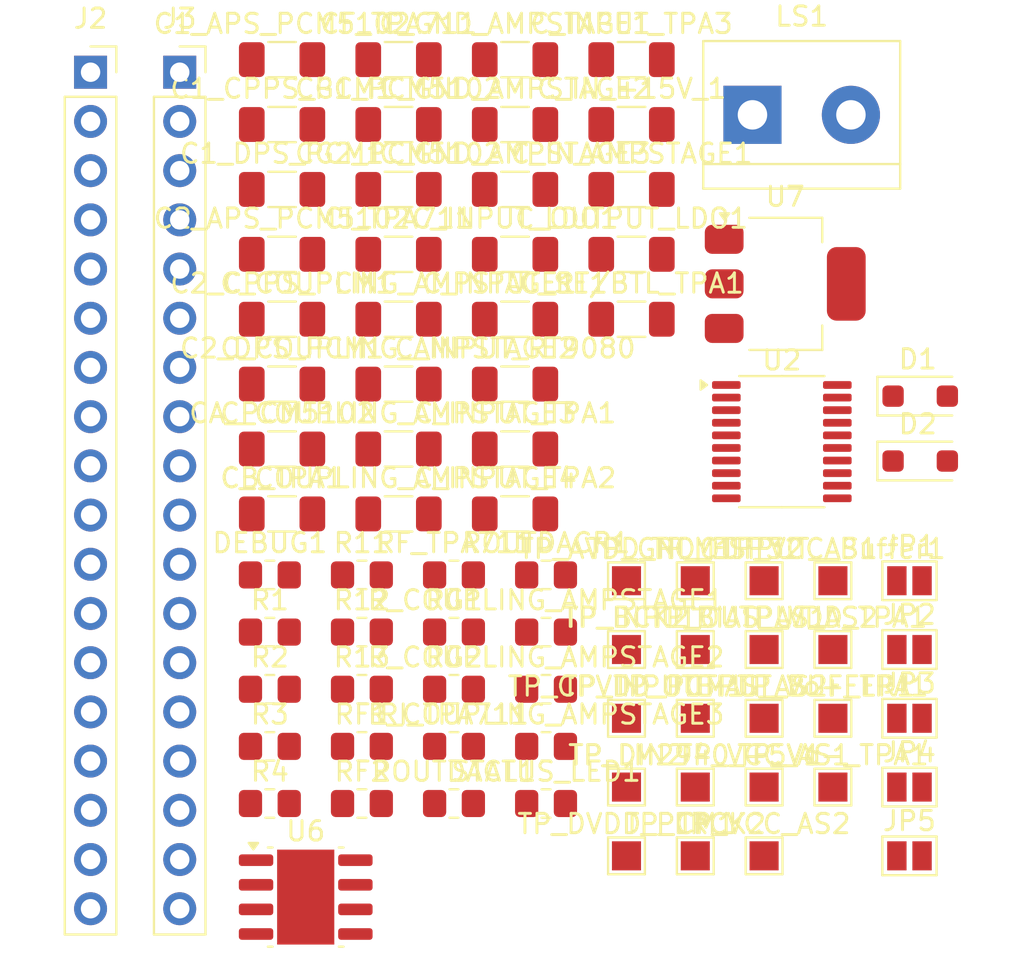
<source format=kicad_pcb>
(kicad_pcb (version 20241229) (generator "pcbnew") (generator_version "9.0")
  (layers (0 "F.Cu" signal) (2 "B.Cu" signal) (13 "F.Paste" user) (15 "B.Paste" user) (5 "F.SilkS" user "F.Silkscreen") (7 "B.SilkS" user "B.Silkscreen") (1 "F.Mask" user) (3 "B.Mask" user) (25 "Edge.Cuts" user))
  (net 0 "")
  (net 1 "+3v3")
  (net 2 "GND")
  (net 3 "/VNEG")
  (net 4 "/LDOO")
  (net 5 "Net-(U2-CAPM)")
  (net 6 "Net-(U2-CAPP)")
  (net 7 "Net-(U6-BYPASS)")
  (net 8 "/IN")
  (net 9 "/Vo+")
  (net 10 "/OUTDACL")
  (net 11 "/OUTDACR")
  (net 12 "/BUFFEROUT")
  (net 13 "Net-(CI_TPA711-Pad1)")
  (net 14 "Net-(JP1-A)")
  (net 15 "Net-(C_COUPLING_AMPSTAGE1-Pad2)")
  (net 16 "+5V")
  (net 17 "Net-(C_GND_AMPSTAGE1-Pad2)")
  (net 18 "Net-(C_GND_AMPSTAGE2-Pad2)")
  (net 19 "Net-(U4-+)")
  (net 20 "Net-(D1-K)")
  (net 21 "Net-(C_INPUT_TPA3-Pad2)")
  (net 22 "/Filter_OUT")
  (net 23 "Net-(U1-+)")
  (net 24 "Net-(U6-SE{slash}~{BTL})")
  (net 25 "+15V")
  (net 26 "Net-(D2-K)")
  (net 27 "Net-(DEBUG1-Pad1)")
  (net 28 "Net-(U3-+)")
  (net 54 "/LRCK")
  (net 58 "/DIN")
  (net 59 "/BCK")
  (net 63 "Net-(JP1-B)")
  (net 64 "Net-(JP2-B)")
  (net 65 "/Filter_IN")
  (net 66 "Net-(JP4-B)")
  (net 67 "Net-(JP5-B)")
  (net 68 "/Vo-")
  (net 69 "/SE{slash}~{BTL}_SWITCH")
  (net 70 "Net-(U4--)")
  (net 71 "Net-(U1--)")
  (net 72 "Net-(U2-OUTL)")
  (net 73 "Net-(U2-OUTR)")
  (footprint "TestPoint:TestPoint_Pad_1.5x1.5mm" (layer "F.Cu") (at 48.24 51.65)
    (property "Reference" "TP_INPUTBIAS_AS2" (at 0 -1.648 0) (layer "F.SilkS"))
    (property "Value" "TestPoint")
    (pad "1" smd rect (at 0 0) (size 1.5 1.5) (layers "F.Cu" "F.Mask") (net 23 "Net-(U1-+)"))
  )
  (footprint "Capacitor_SMD:C_1206_3216Metric_Pad1.33x1.80mm_HandSolder" (layer "F.Cu") (at 32.93 34.4)
    (property "Reference" "C_COUPLING_AMPSTAGE2" (at 0 -1.85 0) (layer "F.SilkS"))
    (property "Value" "10nF")
    (pad "1" smd roundrect (at -1.5625 0) (size 1.325 1.8) (layers "F.Cu" "F.Mask" "F.Paste") (roundrect_rratio 0.188679) (net 2 "GND"))
    (pad "2" smd roundrect (at 1.5625 0) (size 1.325 1.8) (layers "F.Cu" "F.Mask" "F.Paste") (roundrect_rratio 0.188679) (net 16 "+5V"))
  )
  (footprint "Capacitor_SMD:C_1206_3216Metric_Pad1.33x1.80mm_HandSolder" (layer "F.Cu") (at 38.94 27.7)
    (property "Reference" "C_INPUT_LDO1" (at 0 -1.85 0) (layer "F.SilkS"))
    (property "Value" "0.47uF")
    (pad "1" smd roundrect (at -1.5625 0) (size 1.325 1.8) (layers "F.Cu" "F.Mask" "F.Paste") (roundrect_rratio 0.188679) (net 2 "GND"))
    (pad "2" smd roundrect (at 1.5625 0) (size 1.325 1.8) (layers "F.Cu" "F.Mask" "F.Paste") (roundrect_rratio 0.188679) (net 20 "Net-(D1-K)"))
  )
  (footprint "Capacitor_SMD:C_1206_3216Metric_Pad1.33x1.80mm_HandSolder" (layer "F.Cu") (at 26.92 34.4)
    (property "Reference" "C2_DPS_PCM1" (at 0 -1.85 0) (layer "F.SilkS"))
    (property "Value" "0.1uF")
    (pad "1" smd roundrect (at -1.5625 0) (size 1.325 1.8) (layers "F.Cu" "F.Mask" "F.Paste") (roundrect_rratio 0.188679) (net 4 "/LDOO"))
    (pad "2" smd roundrect (at 1.5625 0) (size 1.325 1.8) (layers "F.Cu" "F.Mask" "F.Paste") (roundrect_rratio 0.188679) (net 2 "GND"))
  )
  (footprint "Connector_PinSocket_2.54mm:PinSocket_1x18_P2.54mm_Vertical" (layer "F.Cu") (at 17.04 18.3)
    (property "Reference" "J2" (at 0 -2.77 0) (layer "F.SilkS"))
    (property "Value" "Conn_01x18")
    (pad "1" thru_hole rect (at 0 0) (size 1.7 1.7) (drill 1) (layers "*.Cu" "*.Mask"))
    (pad "2" thru_hole oval (at 0 2.54) (size 1.7 1.7) (drill 1) (layers "*.Cu" "*.Mask"))
    (pad "3" thru_hole oval (at 0 5.08) (size 1.7 1.7) (drill 1) (layers "*.Cu" "*.Mask"))
    (pad "4" thru_hole oval (at 0 7.62) (size 1.7 1.7) (drill 1) (layers "*.Cu" "*.Mask"))
    (pad "5" thru_hole oval (at 0 10.16) (size 1.7 1.7) (drill 1) (layers "*.Cu" "*.Mask"))
    (pad "6" thru_hole oval (at 0 12.7) (size 1.7 1.7) (drill 1) (layers "*.Cu" "*.Mask"))
    (pad "7" thru_hole oval (at 0 15.24) (size 1.7 1.7) (drill 1) (layers "*.Cu" "*.Mask"))
    (pad "8" thru_hole oval (at 0 17.78) (size 1.7 1.7) (drill 1) (layers "*.Cu" "*.Mask"))
    (pad "9" thru_hole oval (at 0 20.32) (size 1.7 1.7) (drill 1) (layers "*.Cu" "*.Mask"))
    (pad "10" thru_hole oval (at 0 22.86) (size 1.7 1.7) (drill 1) (layers "*.Cu" "*.Mask"))
    (pad "11" thru_hole oval (at 0 25.4) (size 1.7 1.7) (drill 1) (layers "*.Cu" "*.Mask"))
    (pad "12" thru_hole oval (at 0 27.94) (size 1.7 1.7) (drill 1) (layers "*.Cu" "*.Mask"))
    (pad "13" thru_hole oval (at 0 30.48) (size 1.7 1.7) (drill 1) (layers "*.Cu" "*.Mask"))
    (pad "14" thru_hole oval (at 0 33.02) (size 1.7 1.7) (drill 1) (layers "*.Cu" "*.Mask"))
    (pad "15" thru_hole oval (at 0 35.56) (size 1.7 1.7) (drill 1) (layers "*.Cu" "*.Mask") (net 2 "GND"))
    (pad "16" thru_hole oval (at 0 38.1) (size 1.7 1.7) (drill 1) (layers "*.Cu" "*.Mask"))
    (pad "17" thru_hole oval (at 0 40.64) (size 1.7 1.7) (drill 1) (layers "*.Cu" "*.Mask"))
    (pad "18" thru_hole oval (at 0 43.18) (size 1.7 1.7) (drill 1) (layers "*.Cu" "*.Mask") (net 16 "+5V"))
  )
  (footprint "Capacitor_SMD:C_1206_3216Metric_Pad1.33x1.80mm_HandSolder" (layer "F.Cu") (at 26.92 24.35)
    (property "Reference" "C1_DPS_PCM1" (at 0 -1.85 0) (layer "F.SilkS"))
    (property "Value" "0.1uF")
    (pad "1" smd roundrect (at -1.5625 0) (size 1.325 1.8) (layers "F.Cu" "F.Mask" "F.Paste") (roundrect_rratio 0.188679) (net 2 "GND"))
    (pad "2" smd roundrect (at 1.5625 0) (size 1.325 1.8) (layers "F.Cu" "F.Mask" "F.Paste") (roundrect_rratio 0.188679) (net 1 "+3v3"))
  )
  (footprint "Jumper:SolderJumper-2_P1.3mm_Open_Pad1.0x1.5mm" (layer "F.Cu") (at 59.29 55.2)
    (property "Reference" "JP4" (at 0 -1.8 0) (layer "F.SilkS"))
    (property "Value" "Jumper_2_Open")
    (pad "1" smd rect (at -0.65 0) (size 1 1.5) (layers "F.Cu" "F.Mask") (net 2 "GND"))
    (pad "2" smd rect (at 0.65 0) (size 1 1.5) (layers "F.Cu" "F.Mask") (net 66 "Net-(JP4-B)"))
  )
  (footprint "Resistor_SMD:R_0805_2012Metric_Pad1.20x1.40mm_HandSolder" (layer "F.Cu") (at 31.04 47.2)
    (property "Reference" "R12" (at 0 -1.65 0) (layer "F.SilkS"))
    (property "Value" "100K")
    (pad "1" smd roundrect (at -1 0) (size 1.2 1.4) (layers "F.Cu" "F.Mask" "F.Paste") (roundrect_rratio 0.208333) (net 69 "/SE{slash}~{BTL}_SWITCH"))
    (pad "2" smd roundrect (at 1 0) (size 1.2 1.4) (layers "F.Cu" "F.Mask" "F.Paste") (roundrect_rratio 0.208333) (net 16 "+5V"))
  )
  (footprint "Capacitor_SMD:C_1206_3216Metric_Pad1.33x1.80mm_HandSolder" (layer "F.Cu") (at 26.92 17.65)
    (property "Reference" "C1_APS_PCM5102" (at 0 -1.85 0) (layer "F.SilkS"))
    (property "Value" "10uF")
    (pad "1" smd roundrect (at -1.5625 0) (size 1.325 1.8) (layers "F.Cu" "F.Mask" "F.Paste") (roundrect_rratio 0.188679) (net 1 "+3v3"))
    (pad "2" smd roundrect (at 1.5625 0) (size 1.325 1.8) (layers "F.Cu" "F.Mask" "F.Paste") (roundrect_rratio 0.188679) (net 2 "GND"))
  )
  (footprint "Resistor_SMD:R_0805_2012Metric_Pad1.20x1.40mm_HandSolder" (layer "F.Cu") (at 31.04 44.25)
    (property "Reference" "R11" (at 0 -1.65 0) (layer "F.SilkS"))
    (property "Value" "1K")
    (pad "1" smd roundrect (at -1 0) (size 1.2 1.4) (layers "F.Cu" "F.Mask" "F.Paste") (roundrect_rratio 0.208333) (net 21 "Net-(C_INPUT_TPA3-Pad2)"))
    (pad "2" smd roundrect (at 1 0) (size 1.2 1.4) (layers "F.Cu" "F.Mask" "F.Paste") (roundrect_rratio 0.208333) (net 2 "GND"))
  )
  (footprint "Resistor_SMD:R_0805_2012Metric_Pad1.20x1.40mm_HandSolder" (layer "F.Cu") (at 40.54 56.05)
    (property "Reference" "STATUS_LED1" (at 0 -1.65 0) (layer "F.SilkS"))
    (property "Value" "330")
    (pad "1" smd roundrect (at -1 0) (size 1.2 1.4) (layers "F.Cu" "F.Mask" "F.Paste") (roundrect_rratio 0.208333) (net 2 "GND"))
    (pad "2" smd roundrect (at 1 0) (size 1.2 1.4) (layers "F.Cu" "F.Mask" "F.Paste") (roundrect_rratio 0.208333) (net 26 "Net-(D2-K)"))
  )
  (footprint "Capacitor_SMD:C_1206_3216Metric_Pad1.33x1.80mm_HandSolder" (layer "F.Cu") (at 26.92 41.1)
    (property "Reference" "CB_TPA1" (at 0 -1.85 0) (layer "F.SilkS"))
    (property "Value" "2.2uF")
    (pad "1" smd roundrect (at -1.5625 0) (size 1.325 1.8) (layers "F.Cu" "F.Mask" "F.Paste") (roundrect_rratio 0.188679) (net 7 "Net-(U6-BYPASS)"))
    (pad "2" smd roundrect (at 1.5625 0) (size 1.325 1.8) (layers "F.Cu" "F.Mask" "F.Paste") (roundrect_rratio 0.188679) (net 2 "GND"))
  )
  (footprint "TestPoint:TestPoint_Pad_1.5x1.5mm" (layer "F.Cu") (at 48.24 55.2)
    (property "Reference" "TP_LM2940_+5V1" (at 0 -1.648 0) (layer "F.SilkS"))
    (property "Value" "TestPoint")
    (pad "1" smd rect (at 0 0) (size 1.5 1.5) (layers "F.Cu" "F.Mask") (net 16 "+5V"))
  )
  (footprint "Resistor_SMD:R_0805_2012Metric_Pad1.20x1.40mm_HandSolder" (layer "F.Cu") (at 35.79 50.15)
    (property "Reference" "RG2" (at 0 -1.65 0) (layer "F.SilkS"))
    (property "Value" "100K")
    (pad "1" smd roundrect (at -1 0) (size 1.2 1.4) (layers "F.Cu" "F.Mask" "F.Paste") (roundrect_rratio 0.208333) (net 18 "Net-(C_GND_AMPSTAGE2-Pad2)"))
    (pad "2" smd roundrect (at 1 0) (size 1.2 1.4) (layers "F.Cu" "F.Mask" "F.Paste") (roundrect_rratio 0.208333) (net 71 "Net-(U1--)"))
  )
  (footprint "Capacitor_SMD:C_1206_3216Metric_Pad1.33x1.80mm_HandSolder" (layer "F.Cu") (at 44.95 27.7)
    (property "Reference" "C_OUTPUT_LDO1" (at 0 -1.85 0) (layer "F.SilkS"))
    (property "Value" "22uF")
    (pad "1" smd roundrect (at -1.5625 0) (size 1.325 1.8) (layers "F.Cu" "F.Mask" "F.Paste") (roundrect_rratio 0.188679) (net 2 "GND"))
    (pad "2" smd roundrect (at 1.5625 0) (size 1.325 1.8) (layers "F.Cu" "F.Mask" "F.Paste") (roundrect_rratio 0.188679) (net 16 "+5V"))
  )
  (footprint "Capacitor_SMD:C_1206_3216Metric_Pad1.33x1.80mm_HandSolder" (layer "F.Cu") (at 32.93 27.7)
    (property "Reference" "CI_TPA711" (at 0 -1.85 0) (layer "F.SilkS"))
    (property "Value" "0.47uF")
    (pad "1" smd roundrect (at -1.5625 0) (size 1.325 1.8) (layers "F.Cu" "F.Mask" "F.Paste") (roundrect_rratio 0.188679) (net 13 "Net-(CI_TPA711-Pad1)"))
    (pad "2" smd roundrect (at 1.5625 0) (size 1.325 1.8) (layers "F.Cu" "F.Mask" "F.Paste") (roundrect_rratio 0.188679) (net 12 "/BUFFEROUT"))
  )
  (footprint "TestPoint:TestPoint_Pad_1.5x1.5mm" (layer "F.Cu") (at 48.24 44.55)
    (property "Reference" "TP_GND_ESP32" (at 0 -1.648 0) (layer "F.SilkS"))
    (property "Value" "TestPoint")
    (pad "1" smd rect (at 0 0) (size 1.5 1.5) (layers "F.Cu" "F.Mask") (net 2 "GND"))
  )
  (footprint "Resistor_SMD:R_0805_2012Metric_Pad1.20x1.40mm_HandSolder" (layer "F.Cu") (at 26.29 56.05)
    (property "Reference" "R4" (at 0 -1.65 0) (layer "F.SilkS"))
    (property "Value" "10K")
    (pad "1" smd roundrect (at -1 0) (size 1.2 1.4) (layers "F.Cu" "F.Mask" "F.Paste") (roundrect_rratio 0.208333) (net 23 "Net-(U1-+)"))
    (pad "2" smd roundrect (at 1 0) (size 1.2 1.4) (layers "F.Cu" "F.Mask" "F.Paste") (roundrect_rratio 0.208333) (net 2 "GND"))
  )
  (footprint "Capacitor_SMD:C_1206_3216Metric_Pad1.33x1.80mm_HandSolder" (layer "F.Cu") (at 32.93 37.75)
    (property "Reference" "C_COUPLING_AMPSTAGE3" (at 0 -1.85 0) (layer "F.SilkS"))
    (property "Value" "10nF")
    (pad "1" smd roundrect (at -1.5625 0) (size 1.325 1.8) (layers "F.Cu" "F.Mask" "F.Paste") (roundrect_rratio 0.188679) (net 2 "GND"))
    (pad "2" smd roundrect (at 1.5625 0) (size 1.325 1.8) (layers "F.Cu" "F.Mask" "F.Paste") (roundrect_rratio 0.188679) (net 16 "+5V"))
  )
  (footprint "Diode_SMD:D_SOD-123F" (layer "F.Cu") (at 59.845 38.37)
    (property "Reference" "D2" (at -0.127 -1.905 0) (layer "F.SilkS"))
    (property "Value" "1N4148")
    (pad "1" smd roundrect (at -1.4 0) (size 1.1 1.1) (layers "F.Cu" "F.Mask" "F.Paste") (roundrect_rratio 0.2272727273) (net 26 "Net-(D2-K)"))
    (pad "2" smd roundrect (at 1.4 0) (size 1.1 1.1) (layers "F.Cu" "F.Mask" "F.Paste") (roundrect_rratio 0.2272727273) (net 16 "+5V"))
  )
  (footprint "Resistor_SMD:R_0805_2012Metric_Pad1.20x1.40mm_HandSolder" (layer "F.Cu") (at 40.54 44.25)
    (property "Reference" "ROUTDACR1" (at 0 -1.65 0) (layer "F.SilkS"))
    (property "Value" "470")
    (pad "1" smd roundrect (at -1 0) (size 1.2 1.4) (layers "F.Cu" "F.Mask" "F.Paste") (roundrect_rratio 0.208333) (net 73 "Net-(U2-OUTR)"))
    (pad "2" smd roundrect (at 1 0) (size 1.2 1.4) (layers "F.Cu" "F.Mask" "F.Paste") (roundrect_rratio 0.208333) (net 11 "/OUTDACR"))
  )
  (footprint "TestPoint:TestPoint_Pad_1.5x1.5mm" (layer "F.Cu") (at 55.34 55.2)
    (property "Reference" "TP_Vo-_TPA1" (at 0 -1.648 0) (layer "F.SilkS"))
    (property "Value" "TestPoint")
    (pad "1" smd rect (at 0 0) (size 1.5 1.5) (layers "F.Cu" "F.Mask") (net 68 "/Vo-"))
  )
  (footprint "Resistor_SMD:R_0805_2012Metric_Pad1.20x1.40mm_HandSolder" (layer "F.Cu") (at 26.29 47.2)
    (property "Reference" "R1" (at 0 -1.65 0) (layer "F.SilkS"))
    (property "Value" "10K")
    (pad "1" smd roundrect (at -1 0) (size 1.2 1.4) (layers "F.Cu" "F.Mask" "F.Paste") (roundrect_rratio 0.208333) (net 19 "Net-(U4-+)"))
    (pad "2" smd roundrect (at 1 0) (size 1.2 1.4) (layers "F.Cu" "F.Mask" "F.Paste") (roundrect_rratio 0.208333) (net 16 "+5V"))
  )
  (footprint "Resistor_SMD:R_0805_2012Metric_Pad1.20x1.40mm_HandSolder" (layer "F.Cu") (at 35.79 44.25)
    (property "Reference" "RF_TPA711" (at 0 -1.65 0) (layer "F.SilkS"))
    (property "Value" "50k")
    (pad "1" smd roundrect (at -1 0) (size 1.2 1.4) (layers "F.Cu" "F.Mask" "F.Paste") (roundrect_rratio 0.208333) (net 9 "/Vo+"))
    (pad "2" smd roundrect (at 1 0) (size 1.2 1.4) (layers "F.Cu" "F.Mask" "F.Paste") (roundrect_rratio 0.208333) (net 8 "/IN"))
  )
  (footprint "Jumper:SolderJumper-2_P1.3mm_Open_Pad1.0x1.5mm" (layer "F.Cu") (at 59.29 58.75)
    (property "Reference" "JP5" (at 0 -1.8 0) (layer "F.SilkS"))
    (property "Value" "Jumper_2_Open")
    (pad "1" smd rect (at -0.65 0) (size 1 1.5) (layers "F.Cu" "F.Mask") (net 2 "GND"))
    (pad "2" smd rect (at 0.65 0) (size 1 1.5) (layers "F.Cu" "F.Mask") (net 67 "Net-(JP5-B)"))
  )
  (footprint "Package_SO:TSSOP-20_4.4x6.5mm_P0.65mm" (layer "F.Cu") (at 52.705 37.37)
    (property "Reference" "U2" (at 0 -4.2 0) (layer "F.SilkS"))
    (property "Value" "PCM5102")
    (pad "1" smd roundrect (at -2.8625 -2.925) (size 1.475 0.4) (layers "F.Cu" "F.Mask" "F.Paste") (net 1 "+3v3"))
    (pad "2" smd roundrect (at -2.8625 -2.275) (size 1.475 0.4) (layers "F.Cu" "F.Mask" "F.Paste") (net 6 "Net-(U2-CAPP)"))
    (pad "3" smd roundrect (at -2.8625 -1.625) (size 1.475 0.4) (layers "F.Cu" "F.Mask" "F.Paste") (net 2 "GND"))
    (pad "4" smd roundrect (at -2.8625 -0.975) (size 1.475 0.4) (layers "F.Cu" "F.Mask" "F.Paste") (net 5 "Net-(U2-CAPM)"))
    (pad "5" smd roundrect (at -2.8625 -0.325) (size 1.475 0.4) (layers "F.Cu" "F.Mask" "F.Paste") (net 3 "/VNEG"))
    (pad "6" smd roundrect (at -2.8625 0.325) (size 1.475 0.4) (layers "F.Cu" "F.Mask" "F.Paste") (net 72 "Net-(U2-OUTL)"))
    (pad "7" smd roundrect (at -2.8625 0.975) (size 1.475 0.4) (layers "F.Cu" "F.Mask" "F.Paste") (net 73 "Net-(U2-OUTR)"))
    (pad "8" smd roundrect (at -2.8625 1.625) (size 1.475 0.4) (layers "F.Cu" "F.Mask" "F.Paste") (net 1 "+3v3"))
    (pad "9" smd roundrect (at -2.8625 2.275) (size 1.475 0.4) (layers "F.Cu" "F.Mask" "F.Paste") (net 2 "GND"))
    (pad "10" smd roundrect (at -2.8625 2.925) (size 1.475 0.4) (layers "F.Cu" "F.Mask" "F.Paste") (net 2 "GND"))
    (pad "11" smd roundrect (at 2.8625 2.925) (size 1.475 0.4) (layers "F.Cu" "F.Mask" "F.Paste") (net 2 "GND"))
    (pad "12" smd roundrect (at 2.8625 2.275) (size 1.475 0.4) (layers "F.Cu" "F.Mask" "F.Paste"))
    (pad "13" smd roundrect (at 2.8625 1.625) (size 1.475 0.4) (layers "F.Cu" "F.Mask" "F.Paste") (net 59 "/BCK"))
    (pad "14" smd roundrect (at 2.8625 0.975) (size 1.475 0.4) (layers "F.Cu" "F.Mask" "F.Paste") (net 58 "/DIN"))
    (pad "15" smd roundrect (at 2.8625 0.325) (size 1.475 0.4) (layers "F.Cu" "F.Mask" "F.Paste") (net 54 "/LRCK"))
    (pad "16" smd roundrect (at 2.8625 -0.325) (size 1.475 0.4) (layers "F.Cu" "F.Mask" "F.Paste") (net 2 "GND"))
    (pad "17" smd roundrect (at 2.8625 -0.975) (size 1.475 0.4) (layers "F.Cu" "F.Mask" "F.Paste") (net 66 "Net-(JP4-B)"))
    (pad "18" smd roundrect (at 2.8625 -1.625) (size 1.475 0.4) (layers "F.Cu" "F.Mask" "F.Paste") (net 4 "/LDOO"))
    (pad "19" smd roundrect (at 2.8625 -2.275) (size 1.475 0.4) (layers "F.Cu" "F.Mask" "F.Paste") (net 2 "GND"))
    (pad "20" smd roundrect (at 2.8625 -2.925) (size 1.475 0.4) (layers "F.Cu" "F.Mask" "F.Paste") (net 1 "+3v3"))
  )
  (footprint "TestPoint:TestPoint_Pad_1.5x1.5mm" (layer "F.Cu") (at 44.69 58.75)
    (property "Reference" "TP_DVDD_PCM1" (at 0 -1.648 0) (layer "F.SilkS"))
    (property "Value" "TestPoint")
    (pad "1" smd rect (at 0 0) (size 1.5 1.5) (layers "F.Cu" "F.Mask") (net 1 "+3v3"))
  )
  (footprint "Capacitor_SMD:C_1206_3216Metric_Pad1.33x1.80mm_HandSolder" (layer "F.Cu") (at 38.94 21)
    (property "Reference" "C_GND_AMPSTAGE2" (at 0 -1.85 0) (layer "F.SilkS"))
    (property "Value" "10uF")
    (pad "1" smd roundrect (at -1.5625 0) (size 1.325 1.8) (layers "F.Cu" "F.Mask" "F.Paste") (roundrect_rratio 0.188679) (net 2 "GND"))
    (pad "2" smd roundrect (at 1.5625 0) (size 1.325 1.8) (layers "F.Cu" "F.Mask" "F.Paste") (roundrect_rratio 0.188679) (net 18 "Net-(C_GND_AMPSTAGE2-Pad2)"))
  )
  (footprint "Capacitor_SMD:C_1206_3216Metric_Pad1.33x1.80mm_HandSolder" (layer "F.Cu") (at 38.94 34.4)
    (property "Reference" "C_INPUT_RT9080" (at 0 -1.85 0) (layer "F.SilkS"))
    (property "Value" "1uF")
    (pad "1" smd roundrect (at -1.5625 0) (size 1.325 1.8) (layers "F.Cu" "F.Mask" "F.Paste") (roundrect_rratio 0.188679) (net 2 "GND"))
    (pad "2" smd roundrect (at 1.5625 0) (size 1.325 1.8) (layers "F.Cu" "F.Mask" "F.Paste") (roundrect_rratio 0.188679) (net 16 "+5V"))
  )
  (footprint "Capacitor_SMD:C_1206_3216Metric_Pad1.33x1.80mm_HandSolder" (layer "F.Cu") (at 38.94 31.05)
    (property "Reference" "C_INPUT_RT1" (at 0 -1.85 0) (layer "F.SilkS"))
    (property "Value" "22uF")
    (pad "1" smd roundrect (at -1.5625 0) (size 1.325 1.8) (layers "F.Cu" "F.Mask" "F.Paste") (roundrect_rratio 0.188679) (net 2 "GND"))
    (pad "2" smd roundrect (at 1.5625 0) (size 1.325 1.8) (layers "F.Cu" "F.Mask" "F.Paste") (roundrect_rratio 0.188679) (net 1 "+3v3"))
  )
  (footprint "TestPoint:TestPoint_Pad_1.5x1.5mm" (layer "F.Cu") (at 51.79 48.1)
    (property "Reference" "TP_OUTPUT_AS2" (at 0 -1.648 0) (layer "F.SilkS"))
    (property "Value" "TestPoint")
    (pad "1" smd rect (at 0 0) (size 1.5 1.5) (layers "F.Cu" "F.Mask") (net 28 "Net-(U3-+)"))
  )
  (footprint "TestPoint:TestPoint_Pad_1.5x1.5mm" (layer "F.Cu") (at 55.34 48.1)
    (property "Reference" "TP_VDD_TPA1" (at 0 -1.648 0) (layer "F.SilkS"))
    (property "Value" "TestPoint")
    (pad "1" smd rect (at 0 0) (size 1.5 1.5) (layers "F.Cu" "F.Mask") (net 16 "+5V"))
  )
  (footprint "Capacitor_SMD:C_1206_3216Metric_Pad1.33x1.80mm_HandSolder" (layer "F.Cu") (at 26.92 27.7)
    (property "Reference" "C2_APS_PCM5102" (at 0 -1.85 0) (layer "F.SilkS"))
    (property "Value" "0.1uF")
    (pad "1" smd roundrect (at -1.5625 0) (size 1.325 1.8) (layers "F.Cu" "F.Mask" "F.Paste") (roundrect_rratio 0.188679) (net 2 "GND"))
    (pad "2" smd roundrect (at 1.5625 0) (size 1.325 1.8) (layers "F.Cu" "F.Mask" "F.Paste") (roundrect_rratio 0.188679) (net 1 "+3v3"))
  )
  (footprint "TestPoint:TestPoint_Pad_1.5x1.5mm" (layer "F.Cu") (at 48.24 58.75)
    (property "Reference" "TP_LRCK2" (at 0 -1.648 0) (layer "F.SilkS"))
    (property "Value" "TestPoint")
    (pad "1" smd rect (at 0 0) (size 1.5 1.5) (layers "F.Cu" "F.Mask") (net 54 "/LRCK"))
  )
  (footprint "Diode_SMD:D_SOD-123F" (layer "F.Cu") (at 59.845 35.02)
    (property "Reference" "D1" (at -0.127 -1.905 0) (layer "F.SilkS"))
    (property "Value" "D_Schottky")
    (pad "1" smd roundrect (at -1.4 0) (size 1.1 1.1) (layers "F.Cu" "F.Mask" "F.Paste") (roundrect_rratio 0.2272727273) (net 20 "Net-(D1-K)"))
    (pad "2" smd roundrect (at 1.4 0) (size 1.1 1.1) (layers "F.Cu" "F.Mask" "F.Paste") (roundrect_rratio 0.2272727273) (net 25 "+15V"))
  )
  (footprint "Capacitor_SMD:C_1206_3216Metric_Pad1.33x1.80mm_HandSolder" (layer "F.Cu") (at 32.93 31.05)
    (property "Reference" "C_COUPLING_AMPSTAGE1" (at 0 -1.85 0) (layer "F.SilkS"))
    (property "Value" "10uF")
    (pad "1" smd roundrect (at -1.5625 0) (size 1.325 1.8) (layers "F.Cu" "F.Mask" "F.Paste") (roundrect_rratio 0.188679) (net 14 "Net-(JP1-A)"))
    (pad "2" smd roundrect (at 1.5625 0) (size 1.325 1.8) (layers "F.Cu" "F.Mask" "F.Paste") (roundrect_rratio 0.188679) (net 15 "Net-(C_COUPLING_AMPSTAGE1-Pad2)"))
  )
  (footprint "Capacitor_SMD:C_1206_3216Metric_Pad1.33x1.80mm_HandSolder" (layer "F.Cu") (at 38.94 17.65)
    (property "Reference" "C_GND_AMPSTAGE1" (at 0 -1.85 0) (layer "F.SilkS"))
    (property "Value" "10uF")
    (pad "1" smd roundrect (at -1.5625 0) (size 1.325 1.8) (layers "F.Cu" "F.Mask" "F.Paste") (roundrect_rratio 0.188679) (net 2 "GND"))
    (pad "2" smd roundrect (at 1.5625 0) (size 1.325 1.8) (layers "F.Cu" "F.Mask" "F.Paste") (roundrect_rratio 0.188679) (net 17 "Net-(C_GND_AMPSTAGE1-Pad2)"))
  )
  (footprint "Resistor_SMD:R_0805_2012Metric_Pad1.20x1.40mm_HandSolder" (layer "F.Cu") (at 40.54 50.15)
    (property "Reference" "R_COUPLING_AMPSTAGE2" (at 0 -1.65 0) (layer "F.SilkS"))
    (property "Value" "10K")
    (pad "1" smd roundrect (at -1 0) (size 1.2 1.4) (layers "F.Cu" "F.Mask" "F.Paste") (roundrect_rratio 0.208333) (net 65 "/Filter_IN"))
    (pad "2" smd roundrect (at 1 0) (size 1.2 1.4) (layers "F.Cu" "F.Mask" "F.Paste") (roundrect_rratio 0.208333) (net 63 "Net-(JP1-B)"))
  )
  (footprint "TestPoint:TestPoint_Pad_1.5x1.5mm" (layer "F.Cu") (at 51.79 55.2)
    (property "Reference" "TP_VCC_AS1" (at 0 -1.648 0) (layer "F.SilkS"))
    (property "Value" "TestPoint")
    (pad "1" smd rect (at 0 0) (size 1.5 1.5) (layers "F.Cu" "F.Mask") (net 16 "+5V"))
  )
  (footprint "Resistor_SMD:R_0805_2012Metric_Pad1.20x1.40mm_HandSolder" (layer "F.Cu") (at 31.04 50.15)
    (property "Reference" "R13" (at 0 -1.65 0) (layer "F.SilkS"))
    (property "Value" "100K")
    (pad "1" smd roundrect (at -1 0) (size 1.2 1.4) (layers "F.Cu" "F.Mask" "F.Paste") (roundrect_rratio 0.208333) (net 69 "/SE{slash}~{BTL}_SWITCH"))
    (pad "2" smd roundrect (at 1 0) (size 1.2 1.4) (layers "F.Cu" "F.Mask" "F.Paste") (roundrect_rratio 0.208333) (net 24 "Net-(U6-SE{slash}~{BTL})"))
  )
  (footprint "Package_TO_SOT_SMD:SOT-223" (layer "F.Cu") (at 52.88 29.225)
    (property "Reference" "U7" (at 0 -4.5 0) (layer "F.SilkS"))
    (property "Value" "LM2940CT-5.0")
    (pad "1" smd roundrect (at -3.15 -2.3) (size 2 1.5) (layers "F.Cu" "F.Mask" "F.Paste") (net 20 "Net-(D1-K)"))
    (pad "2" smd roundrect (at -3.15 0) (size 2 1.5) (layers "F.Cu" "F.Mask" "F.Paste") (net 2 "GND"))
    (pad "3" smd roundrect (at -3.15 2.3) (size 2 1.5) (layers "F.Cu" "F.Mask" "F.Paste") (net 16 "+5V"))
    (pad "4" smd roundrect (at 3.15 0) (size 2 3.8) (layers "F.Cu" "F.Mask" "F.Paste") (net 2 "GND"))
  )
  (footprint "TestPoint:TestPoint_Pad_1.5x1.5mm" (layer "F.Cu") (at 55.34 51.65)
    (property "Reference" "TP_Vo+_TPA1" (at 0 -1.648 0) (layer "F.SilkS"))
    (property "Value" "TestPoint")
    (pad "1" smd rect (at 0 0) (size 1.5 1.5) (layers "F.Cu" "F.Mask") (net 9 "/Vo+"))
  )
  (footprint "TestPoint:TestPoint_Pad_1.5x1.5mm" (layer "F.Cu") (at 44.69 55.2)
    (property "Reference" "TP_DIN2" (at 0 -1.648 0) (layer "F.SilkS"))
    (property "Value" "TestPoint")
    (pad "1" smd rect (at 0 0) (size 1.5 1.5) (layers "F.Cu" "F.Mask") (net 58 "/DIN"))
  )
  (footprint "Jumper:SolderJumper-2_P1.3mm_Open_Pad1.0x1.5mm" (layer "F.Cu") (at 59.29 51.65)
    (property "Reference" "JP3" (at 0 -1.8 0) (layer "F.SilkS"))
    (property "Value" "Jumper_2_Open")
    (pad "1" smd rect (at -0.65 0) (size 1 1.5) (layers "F.Cu" "F.Mask") (net 14 "Net-(JP1-A)"))
    (pad "2" smd rect (at 0.65 0) (size 1 1.5) (layers "F.Cu" "F.Mask") (net 65 "/Filter_IN"))
  )
  (footprint "Package_SO:Texas_R-PDSO-G8_EP2.95x4.9mm_Mask2.4x3.1mm" (layer "F.Cu") (at 28.14 60.88)
    (property "Reference" "U6" (at 0 -3.4 0) (layer "F.SilkS"))
    (property "Value" "TPA711")
    (pad "1" smd roundrect (at -2.5625 -1.905) (size 1.775 0.6) (layers "F.Cu" "F.Mask" "F.Paste") (net 67 "Net-(JP5-B)"))
    (pad "2" smd roundrect (at -2.5625 -0.635) (size 1.775 0.6) (layers "F.Cu" "F.Mask" "F.Paste") (net 7 "Net-(U6-BYPASS)"))
    (pad "3" smd roundrect (at -2.5625 0.635) (size 1.775 0.6) (layers "F.Cu" "F.Mask" "F.Paste") (net 24 "Net-(U6-SE{slash}~{BTL})"))
    (pad "4" smd roundrect (at -2.5625 1.905) (size 1.775 0.6) (layers "F.Cu" "F.Mask" "F.Paste") (net 8 "/IN"))
    (pad "5" smd roundrect (at 2.5625 1.905) (size 1.775 0.6) (layers "F.Cu" "F.Mask" "F.Paste") (net 9 "/Vo+"))
    (pad "6" smd roundrect (at 2.5625 0.635) (size 1.775 0.6) (layers "F.Cu" "F.Mask" "F.Paste") (net 16 "+5V"))
    (pad "7" smd roundrect (at 2.5625 -0.635) (size 1.775 0.6) (layers "F.Cu" "F.Mask" "F.Paste") (net 2 "GND"))
    (pad "8" smd roundrect (at 2.5625 -1.905) (size 1.775 0.6) (layers "F.Cu" "F.Mask" "F.Paste") (net 68 "/Vo-"))
    (pad "9" smd rect (at 0 0) (size 2.95 4.9) (property pad_prop_heatsink) (layers "F.Cu"))
  )
  (footprint "Capacitor_SMD:C_1206_3216Metric_Pad1.33x1.80mm_HandSolder" (layer "F.Cu") (at 38.94 41.1)
    (property "Reference" "C_INPUT_TPA2" (at 0 -1.85 0) (layer "F.SilkS"))
    (property "Value" "100nF")
    (pad "1" smd roundrect (at -1.5625 0) (size 1.325 1.8) (layers "F.Cu" "F.Mask" "F.Paste") (roundrect_rratio 0.188679) (net 16 "+5V"))
    (pad "2" smd roundrect (at 1.5625 0) (size 1.325 1.8) (layers "F.Cu" "F.Mask" "F.Paste") (roundrect_rratio 0.188679) (net 2 "GND"))
  )
  (footprint "Jumper:SolderJumper-2_P1.3mm_Open_Pad1.0x1.5mm" (layer "F.Cu") (at 59.29 44.55)
    (property "Reference" "JP1" (at 0 -1.8 0) (layer "F.SilkS"))
    (property "Value" "Jumper_2_Open")
    (pad "1" smd rect (at -0.65 0) (size 1 1.5) (layers "F.Cu" "F.Mask") (net 14 "Net-(JP1-A)"))
    (pad "2" smd rect (at 0.65 0) (size 1 1.5) (layers "F.Cu" "F.Mask") (net 63 "Net-(JP1-B)"))
  )
  (footprint "Resistor_SMD:R_0805_2012Metric_Pad1.20x1.40mm_HandSolder" (layer "F.Cu") (at 26.29 50.15)
    (property "Reference" "R2" (at 0 -1.65 0) (layer "F.SilkS"))
    (property "Value" "10K")
    (pad "1" smd roundrect (at -1 0) (size 1.2 1.4) (layers "F.Cu" "F.Mask" "F.Paste") (roundrect_rratio 0.208333) (net 19 "Net-(U4-+)"))
    (pad "2" smd roundrect (at 1 0) (size 1.2 1.4) (layers "F.Cu" "F.Mask" "F.Paste") (roundrect_rratio 0.208333) (net 2 "GND"))
  )
  (footprint "TestPoint:TestPoint_Pad_1.5x1.5mm" (layer "F.Cu") (at 44.69 51.65)
    (property "Reference" "TP_CPVDD_PCM1" (at 0 -1.648 0) (layer "F.SilkS"))
    (property "Value" "TestPoint")
    (pad "1" smd rect (at 0 0) (size 1.5 1.5) (layers "F.Cu" "F.Mask") (net 1 "+3v3"))
  )
  (footprint "Resistor_SMD:R_0805_2012Metric_Pad1.20x1.40mm_HandSolder" (layer "F.Cu") (at 35.79 56.05)
    (property "Reference" "ROUTDACL1" (at 0 -1.65 0) (layer "F.SilkS"))
    (property "Value" "470")
    (pad "1" smd roundrect (at -1 0) (size 1.2 1.4) (layers "F.Cu" "F.Mask" "F.Paste") (roundrect_rratio 0.208333) (net 72 "Net-(U2-OUTL)"))
    (pad "2" smd roundrect (at 1 0) (size 1.2 1.4) (layers "F.Cu" "F.Mask" "F.Paste") (roundrect_rratio 0.208333) (net 10 "/OUTDACL"))
  )
  (footprint "TestPoint:TestPoint_Pad_1.5x1.5mm" (layer "F.Cu") (at 48.24 48.1)
    (property "Reference" "TP_INPUTBIAS_AS1" (at 0 -1.648 0) (layer "F.SilkS"))
    (property "Value" "TestPoint")
    (pad "1" smd rect (at 0 0) (size 1.5 1.5) (layers "F.Cu" "F.Mask") (net 19 "Net-(U4-+)"))
  )
  (footprint "Connector_PinSocket_2.54mm:PinSocket_1x18_P2.54mm_Vertical" (layer "F.Cu") (at 21.64 18.3)
    (property "Reference" "J3" (at 0 -2.77 0) (layer "F.SilkS"))
    (property "Value" "Conn_01x18")
    (pad "1" thru_hole rect (at 0 0) (size 1.7 1.7) (drill 1) (layers "*.Cu" "*.Mask"))
    (pad "2" thru_hole oval (at 0 2.54) (size 1.7 1.7) (drill 1) (layers "*.Cu" "*.Mask"))
    (pad "3" thru_hole oval (at 0 5.08) (size 1.7 1.7) (drill 1) (layers "*.Cu" "*.Mask"))
    (pad "4" thru_hole oval (at 0 7.62) (size 1.7 1.7) (drill 1) (layers "*.Cu" "*.Mask"))
    (pad "5" thru_hole oval (at 0 10.16) (size 1.7 1.7) (drill 1) (layers "*.Cu" "*.Mask"))
    (pad "6" thru_hole oval (at 0 12.7) (size 1.7 1.7) (drill 1) (layers "*.Cu" "*.Mask"))
    (pad "7" thru_hole oval (at 0 15.24) (size 1.7 1.7) (drill 1) (layers "*.Cu" "*.Mask"))
    (pad "8" thru_hole oval (at 0 17.78) (size 1.7 1.7) (drill 1) (layers "*.Cu" "*.Mask"))
    (pad "9" thru_hole oval (at 0 20.32) (size 1.7 1.7) (drill 1) (layers "*.Cu" "*.Mask"))
    (pad "10" thru_hole oval (at 0 22.86) (size 1.7 1.7) (drill 1) (layers "*.Cu" "*.Mask"))
    (pad "11" thru_hole oval (at 0 25.4) (size 1.7 1.7) (drill 1) (layers "*.Cu" "*.Mask"))
    (pad "12" thru_hole oval (at 0 27.94) (size 1.7 1.7) (drill 1) (layers "*.Cu" "*.Mask"))
    (pad "13" thru_hole oval (at 0 30.48) (size 1.7 1.7) (drill 1) (layers "*.Cu" "*.Mask") (net 59 "/BCK"))
    (pad "14" thru_hole oval (at 0 33.02) (size 1.7 1.7) (drill 1) (layers "*.Cu" "*.Mask"))
    (pad "15" thru_hole oval (at 0 35.56) (size 1.7 1.7) (drill 1) (layers "*.Cu" "*.Mask") (net 58 "/DIN"))
    (pad "16" thru_hole oval (at 0 38.1) (size 1.7 1.7) (drill 1) (layers "*.Cu" "*.Mask"))
    (pad "17" thru_hole oval (at 0 40.64) (size 1.7 1.7) (drill 1) (layers "*.Cu" "*.Mask") (net 54 "/LRCK"))
    (pad "18" thru_hole oval (at 0 43.18) (size 1.7 1.7) (drill 1) (layers "*.Cu" "*.Mask"))
  )
  (footprint "Resistor_SMD:R_0805_2012Metric_Pad1.20x1.40mm_HandSolder" (layer "F.Cu") (at 26.29 53.1)
    (property "Reference" "R3" (at 0 -1.65 0) (layer "F.SilkS"))
    (property "Value" "10K")
    (pad "1" smd roundrect (at -1 0) (size 1.2 1.4) (layers "F.Cu" "F.Mask" "F.Paste") (roundrect_rratio 0.208333) (net 23 "Net-(U1-+)"))
    (pad "2" smd roundrect (at 1 0) (size 1.2 1.4) (layers "F.Cu" "F.Mask" "F.Paste") (roundrect_rratio 0.208333) (net 16 "+5V"))
  )
  (footprint "Capacitor_SMD:C_1206_3216Metric_Pad1.33x1.80mm_HandSolder" (layer "F.Cu") (at 44.95 17.65)
    (property "Reference" "C_INPUT_TPA3" (at 0 -1.85 0) (layer "F.SilkS"))
    (property "Value" "10uF")
    (pad "1" smd roundrect (at -1.5625 0) (size 1.325 1.8) (layers "F.Cu" "F.Mask" "F.Paste") (roundrect_rratio 0.188679) (net 9 "/Vo+"))
    (pad "2" smd roundrect (at 1.5625 0) (size 1.325 1.8) (layers "F.Cu" "F.Mask" "F.Paste") (roundrect_rratio 0.188679) (net 21 "Net-(C_INPUT_TPA3-Pad2)"))
  )
  (footprint "Capacitor_SMD:C_1206_3216Metric_Pad1.33x1.80mm_HandSolder" (layer "F.Cu") (at 26.92 31.05)
    (property "Reference" "C2_CPPS_PCM1" (at 0 -1.85 0) (layer "F.SilkS"))
    (property "Value" "2.2uF")
    (pad "1" smd roundrect (at -1.5625 0) (size 1.325 1.8) (layers "F.Cu" "F.Mask" "F.Paste") (roundrect_rratio 0.188679) (net 2 "GND"))
    (pad "2" smd roundrect (at 1.5625 0) (size 1.325 1.8) (layers "F.Cu" "F.Mask" "F.Paste") (roundrect_rratio 0.188679) (net 3 "/VNEG"))
  )
  (footprint "TestPoint:TestPoint_Pad_1.5x1.5mm" (layer "F.Cu") (at 44.69 48.1)
    (property "Reference" "TP_BCK2" (at 0 -1.648 0) (layer "F.SilkS"))
    (property "Value" "TestPoint")
    (pad "1" smd rect (at 0 0) (size 1.5 1.5) (layers "F.Cu" "F.Mask") (net 59 "/BCK"))
  )
  (footprint "TestPoint:TestPoint_Pad_1.5x1.5mm" (layer "F.Cu") (at 44.69 44.55)
    (property "Reference" "TP_AVDD_PCM1" (at 0 -1.648 0) (layer "F.SilkS"))
    (property "Value" "TestPoint")
    (pad "1" smd rect (at 0 0) (size 1.5 1.5) (layers "F.Cu" "F.Mask") (net 1 "+3v3"))
  )
  (footprint "Capacitor_SMD:C_1206_3216Metric_Pad1.33x1.80mm_HandSolder" (layer "F.Cu") (at 44.95 21)
    (property "Reference" "C_IN_+15V_1" (at 0 -1.85 0) (layer "F.SilkS"))
    (property "Value" "10uF")
    (pad "1" smd roundrect (at -1.5625 0) (size 1.325 1.8) (layers "F.Cu" "F.Mask" "F.Paste") (roundrect_rratio 0.188679) (net 20 "Net-(D1-K)"))
    (pad "2" smd roundrect (at 1.5625 0) (size 1.325 1.8) (layers "F.Cu" "F.Mask" "F.Paste") (roundrect_rratio 0.188679) (net 2 "GND"))
  )
  (footprint "Capacitor_SMD:C_1206_3216Metric_Pad1.33x1.80mm_HandSolder" (layer "F.Cu") (at 26.92 37.75)
    (property "Reference" "CA_PCM5102" (at 0 -1.85 0) (layer "F.SilkS"))
    (property "Value" "2.2uF")
    (pad "1" smd roundrect (at -1.5625 0) (size 1.325 1.8) (layers "F.Cu" "F.Mask" "F.Paste") (roundrect_rratio 0.188679) (net 6 "Net-(U2-CAPP)"))
    (pad "2" smd roundrect (at 1.5625 0) (size 1.325 1.8) (layers "F.Cu" "F.Mask" "F.Paste") (roundrect_rratio 0.188679) (net 5 "Net-(U2-CAPM)"))
  )
  (footprint "Capacitor_SMD:C_1206_3216Metric_Pad1.33x1.80mm_HandSolder" (layer "F.Cu") (at 32.93 17.65)
    (property "Reference" "CF_TPA711" (at 0 -1.85 0) (layer "F.SilkS"))
    (property "Value" "5pF")
    (pad "1" smd roundrect (at -1.5625 0) (size 1.325 1.8) (layers "F.Cu" "F.Mask" "F.Paste") (roundrect_rratio 0.188679) (net 8 "/IN"))
    (pad "2" smd roundrect (at 1.5625 0) (size 1.325 1.8) (layers "F.Cu" "F.Mask" "F.Paste") (roundrect_rratio 0.188679) (net 9 "/Vo+"))
  )
  (footprint "Resistor_SMD:R_0805_2012Metric_Pad1.20x1.40mm_HandSolder" (layer "F.Cu") (at 40.54 47.2)
    (property "Reference" "R_COUPLING_AMPSTAGE1" (at 0 -1.65 0) (layer "F.SilkS"))
    (property "Value" "100K")
    (pad "1" smd roundrect (at -1 0) (size 1.2 1.4) (layers "F.Cu" "F.Mask" "F.Paste") (roundrect_rratio 0.208333) (net 2 "GND"))
    (pad "2" smd roundrect (at 1 0) (size 1.2 1.4) (layers "F.Cu" "F.Mask" "F.Paste") (roundrect_rratio 0.208333) (net 14 "Net-(JP1-A)"))
  )
  (footprint "Resistor_SMD:R_0805_2012Metric_Pad1.20x1.40mm_HandSolder" (layer "F.Cu") (at 26.29 44.25)
    (property "Reference" "DEBUG1" (at 0 -1.65 0) (layer "F.SilkS"))
    (property "Value" "0")
    (pad "1" smd roundrect (at -1 0) (size 1.2 1.4) (layers "F.Cu" "F.Mask" "F.Paste") (roundrect_rratio 0.208333) (net 27 "Net-(DEBUG1-Pad1)"))
    (pad "2" smd roundrect (at 1 0) (size 1.2 1.4) (layers "F.Cu" "F.Mask" "F.Paste") (roundrect_rratio 0.208333) (net 28 "Net-(U3-+)"))
  )
  (footprint "Capacitor_SMD:C_1206_3216Metric_Pad1.33x1.80mm_HandSolder" (layer "F.Cu") (at 44.95 24.35)
    (property "Reference" "C_IN_AMPSTAGE1" (at 0 -1.85 0) (layer "F.SilkS"))
    (property "Value" "10uF")
    (pad "1" smd roundrect (at -1.5625 0) (size 1.325 1.8) (layers "F.Cu" "F.Mask" "F.Paste") (roundrect_rratio 0.188679) (net 22 "/Filter_OUT"))
    (pad "2" smd roundrect (at 1.5625 0) (size 1.325 1.8) (layers "F.Cu" "F.Mask" "F.Paste") (roundrect_rratio 0.188679) (net 23 "Net-(U1-+)"))
  )
  (footprint "Jumper:SolderJumper-2_P1.3mm_Open_Pad1.0x1.5mm" (layer "F.Cu") (at 59.29 48.1)
    (property "Reference" "JP2" (at 0 -1.8 0) (layer "F.SilkS"))
    (property "Value" "Jumper_2_Open")
    (pad "1" smd rect (at -0.65 0) (size 1 1.5) (layers "F.Cu" "F.Mask") (net 14 "Net-(JP1-A)"))
    (pad "2" smd rect (at 0.65 0) (size 1 1.5) (layers "F.Cu" "F.Mask") (net 64 "Net-(JP2-B)"))
  )
  (footprint "Resistor_SMD:R_0805_2012Metric_Pad1.20x1.40mm_HandSolder" (layer "F.Cu") (at 31.04 53.1)
    (property "Reference" "RF1" (at 0 -1.65 0) (layer "F.SilkS"))
    (property "Value" "5K")
    (pad "1" smd roundrect (at -1 0) (size 1.2 1.4) (layers "F.Cu" "F.Mask" "F.Paste") (roundrect_rratio 0.208333) (net 70 "Net-(U4--)"))
    (pad "2" smd roundrect (at 1 0) (size 1.2 1.4) (layers "F.Cu" "F.Mask" "F.Paste") (roundrect_rratio 0.208333) (net 15 "Net-(C_COUPLING_AMPSTAGE1-Pad2)"))
  )
  (footprint "Capacitor_SMD:C_1206_3216Metric_Pad1.33x1.80mm_HandSolder" (layer "F.Cu") (at 26.92 21)
    (property "Reference" "C1_CPPS_PCM1" (at 0 -1.85 0) (layer "F.SilkS"))
    (property "Value" "0.1uF")
    (pad "1" smd roundrect (at -1.5625 0) (size 1.325 1.8) (layers "F.Cu" "F.Mask" "F.Paste") (roundrect_rratio 0.188679) (net 2 "GND"))
    (pad "2" smd roundrect (at 1.5625 0) (size 1.325 1.8) (layers "F.Cu" "F.Mask" "F.Paste") (roundrect_rratio 0.188679) (net 1 "+3v3"))
  )
  (footprint "TestPoint:TestPoint_Pad_1.5x1.5mm" (layer "F.Cu") (at 51.79 51.65)
    (property "Reference" "TP_OUTPUT_BUFFER1" (at 0 -1.648 0) (layer "F.SilkS"))
    (property "Value" "TestPoint")
    (pad "1" smd rect (at 0 0) (size 1.5 1.5) (layers "F.Cu" "F.Mask") (net 12 "/BUFFEROUT"))
  )
  (footprint "Capacitor_SMD:C_1206_3216Metric_Pad1.33x1.80mm_HandSolder" (layer "F.Cu") (at 32.93 21)
    (property "Reference" "CG1_PCM5102" (at 0 -1.85 0) (layer "F.SilkS"))
    (property "Value" "2.2nF")
    (pad "1" smd roundrect (at -1.5625 0) (size 1.325 1.8) (layers "F.Cu" "F.Mask" "F.Paste") (roundrect_rratio 0.188679) (net 10 "/OUTDACL"))
    (pad "2" smd roundrect (at 1.5625 0) (size 1.325 1.8) (layers "F.Cu" "F.Mask" "F.Paste") (roundrect_rratio 0.188679) (net 2 "GND"))
  )
  (footprint "Resistor_SMD:R_0805_2012Metric_Pad1.20x1.40mm_HandSolder" (layer "F.Cu") (at 40.54 53.1)
    (property "Reference" "R_COUPLING_AMPSTAGE3" (at 0 -1.65 0) (layer "F.SilkS"))
    (property "Value" "1K")
    (pad "1" smd roundrect (at -1 0) (size 1.2 1.4) (layers "F.Cu" "F.Mask" "F.Paste") (roundrect_rratio 0.208333) (net 65 "/Filter_IN"))
    (pad "2" smd roundrect (at 1 0) (size 1.2 1.4) (layers "F.Cu" "F.Mask" "F.Paste") (roundrect_rratio 0.208333) (net 64 "Net-(JP2-B)"))
  )
  (footprint "Capacitor_SMD:C_1206_3216Metric_Pad1.33x1.80mm_HandSolder" (layer "F.Cu") (at 32.93 24.35)
    (property "Reference" "CG2_PCM5102" (at 0 -1.85 0) (layer "F.SilkS"))
    (property "Value" "2.2nF")
    (pad "1" smd roundrect (at -1.5625 0) (size 1.325 1.8) (layers "F.Cu" "F.Mask" "F.Paste") (roundrect_rratio 0.188679) (net 11 "/OUTDACR"))
    (pad "2" smd roundrect (at 1.5625 0) (size 1.325 1.8) (layers "F.Cu" "F.Mask" "F.Paste") (roundrect_rratio 0.188679) (net 2 "GND"))
  )
  (footprint "Capacitor_SMD:C_1206_3216Metric_Pad1.33x1.80mm_HandSolder" (layer "F.Cu") (at 38.94 24.35)
    (property "Reference" "C_GND_AMPSTAGE3" (at 0 -1.85 0) (layer "F.SilkS"))
    (property "Value" "10uF")
    (pad "1" smd roundrect (at -1.5625 0) (size 1.325 1.8) (layers "F.Cu" "F.Mask" "F.Paste") (roundrect_rratio 0.188679) (net 11 "/OUTDACR"))
    (pad "2" smd roundrect (at 1.5625 0) (size 1.325 1.8) (layers "F.Cu" "F.Mask" "F.Paste") (roundrect_rratio 0.188679) (net 19 "Net-(U4-+)"))
  )
  (footprint "Capacitor_SMD:C_1206_3216Metric_Pad1.33x1.80mm_HandSolder" (layer "F.Cu") (at 38.94 37.75)
    (property "Reference" "C_INPUT_TPA1" (at 0 -1.85 0) (layer "F.SilkS"))
    (property "Value" "10uF")
    (pad "1" smd roundrect (at -1.5625 0) (size 1.325 1.8) (layers "F.Cu" "F.Mask" "F.Paste") (roundrect_rratio 0.188679) (net 16 "+5V"))
    (pad "2" smd roundrect (at 1.5625 0) (size 1.325 1.8) (layers "F.Cu" "F.Mask" "F.Paste") (roundrect_rratio 0.188679) (net 2 "GND"))
  )
  (footprint "Resistor_SMD:R_0805_2012Metric_Pad1.20x1.40mm_HandSolder" (layer "F.Cu") (at 35.79 47.2)
    (property "Reference" "RG1" (at 0 -1.65 0) (layer "F.SilkS"))
    (property "Value" "100k")
    (pad "1" smd roundrect (at -1 0) (size 1.2 1.4) (layers "F.Cu" "F.Mask" "F.Paste") (roundrect_rratio 0.208333) (net 17 "Net-(C_GND_AMPSTAGE1-Pad2)"))
    (pad "2" smd roundrect (at 1 0) (size 1.2 1.4) (layers "F.Cu" "F.Mask" "F.Paste") (roundrect_rratio 0.208333) (net 70 "Net-(U4--)"))
  )
  (footprint "TerminalBlock:TerminalBlock_bornier-2_P5.08mm" (layer "F.Cu") (at 51.19 20.5)
    (property "Reference" "LS1" (at 2.54 -5.08 0) (layer "F.SilkS"))
    (property "Value" "Speaker")
    (pad "1" thru_hole rect (at 0 0) (size 3 3) (drill 1.52) (layers "*.Cu" "*.Mask") (net 68 "/Vo-"))
    (pad "2" thru_hole circle (at 5.08 0) (size 3 3) (drill 1.52) (layers "*.Cu" "*.Mask") (net 9 "/Vo+"))
  )
  (footprint "TestPoint:TestPoint_Pad_1.5x1.5mm" (layer "F.Cu") (at 55.34 44.55)
    (property "Reference" "TP_VCC_Buffer1" (at 0 -1.648 0) (layer "F.SilkS"))
    (property "Value" "TestPoint")
    (pad "1" smd rect (at 0 0) (size 1.5 1.5) (layers "F.Cu" "F.Mask") (net 16 "+5V"))
  )
  (footprint "Resistor_SMD:R_0805_2012Metric_Pad1.20x1.40mm_HandSolder" (layer "F.Cu") (at 35.79 53.1)
    (property "Reference" "RI_TPA711" (at 0 -1.65 0) (layer "F.SilkS"))
    (property "Value" "10K")
    (pad "1" smd roundrect (at -1 0) (size 1.2 1.4) (layers "F.Cu" "F.Mask" "F.Paste") (roundrect_rratio 0.208333) (net 13 "Net-(CI_TPA711-Pad1)"))
    (pad "2" smd roundrect (at 1 0) (size 1.2 1.4) (layers "F.Cu" "F.Mask" "F.Paste") (roundrect_rratio 0.208333) (net 8 "/IN"))
  )
  (footprint "Capacitor_SMD:C_1206_3216Metric_Pad1.33x1.80mm_HandSolder" (layer "F.Cu") (at 44.95 31.05)
    (property "Reference" "C_SE/BTL_TPA1" (at 0 -1.85 0) (layer "F.SilkS"))
    (property "Value" "0.1uF")
    (pad "1" smd roundrect (at -1.5625 0) (size 1.325 1.8) (layers "F.Cu" "F.Mask" "F.Paste") (roundrect_rratio 0.188679) (net 24 "Net-(U6-SE{slash}~{BTL})"))
    (pad "2" smd roundrect (at 1.5625 0) (size 1.325 1.8) (layers "F.Cu" "F.Mask" "F.Paste") (roundrect_rratio 0.188679) (net 2 "GND"))
  )
  (footprint "Resistor_SMD:R_0805_2012Metric_Pad1.20x1.40mm_HandSolder" (layer "F.Cu") (at 31.04 56.05)
    (property "Reference" "RF2" (at 0 -1.65 0) (layer "F.SilkS"))
    (property "Value" "5K")
    (pad "1" smd roundrect (at -1 0) (size 1.2 1.4) (layers "F.Cu" "F.Mask" "F.Paste") (roundrect_rratio 0.208333) (net 71 "Net-(U1--)"))
    (pad "2" smd roundrect (at 1 0) (size 1.2 1.4) (layers "F.Cu" "F.Mask" "F.Paste") (roundrect_rratio 0.208333) (net 27 "Net-(DEBUG1-Pad1)"))
  )
  (footprint "TestPoint:TestPoint_Pad_1.5x1.5mm" (layer "F.Cu") (at 51.79 58.75)
    (property "Reference" "TP_VCC_AS2" (at 0 -1.648 0) (layer "F.SilkS"))
    (property "Value" "TestPoint")
    (pad "1" smd rect (at 0 0) (size 1.5 1.5) (layers "F.Cu" "F.Mask") (net 16 "+5V"))
  )
  (footprint "TestPoint:TestPoint_Pad_1.5x1.5mm" (layer "F.Cu") (at 51.79 44.55)
    (property "Reference" "TP_OUTPUT_AS1" (at 0 -1.648 0) (layer "F.SilkS"))
    (property "Value" "TestPoint")
    (pad "1" smd rect (at 0 0) (size 1.5 1.5) (layers "F.Cu" "F.Mask") (net 65 "/Filter_IN"))
  )
  (footprint "Capacitor_SMD:C_1206_3216Metric_Pad1.33x1.80mm_HandSolder" (layer "F.Cu") (at 32.93 41.1)
    (property "Reference" "C_COUPLING_AMPSTAGE4" (at 0 -1.85 0) (layer "F.SilkS"))
    (property "Value" "10nF")
    (pad "1" smd roundrect (at -1.5625 0) (size 1.325 1.8) (layers "F.Cu" "F.Mask" "F.Paste") (roundrect_rratio 0.188679) (net 2 "GND"))
    (pad "2" smd roundrect (at 1.5625 0) (size 1.325 1.8) (layers "F.Cu" "F.Mask" "F.Paste") (roundrect_rratio 0.188679) (net 16 "+5V"))
  )
)
</source>
